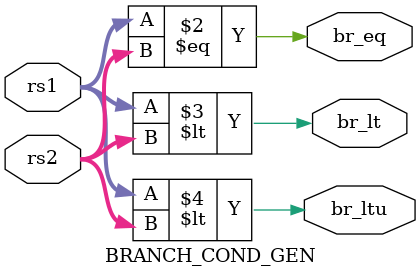
<source format=sv>
`timescale 1ns / 1ps


module BRANCH_COND_GEN(
    input [31:0] rs1, rs2,
    output logic br_eq, br_lt, br_ltu
    );
    
    always_comb begin    //checks is rs1 is equal to or less than rs2 (signed and unsigned)
    //br_eq = 0; br_lt = 0; br_ltu = 0;
    br_eq = rs1 == rs2;
    br_lt = $signed(rs1) < $signed(rs2);
    br_ltu = rs1 < rs2;
    /*
    if (rs1 == rs2) br_eq = 1'b1;                  //separate if statements because lt and ltu
    if ($signed(rs1) < $signed(rs2)) br_lt = 1'b1;     //can happen simultaneously
    if (rs1 < rs2) br_ltu = 1'b1;
    */
    end
endmodule

</source>
